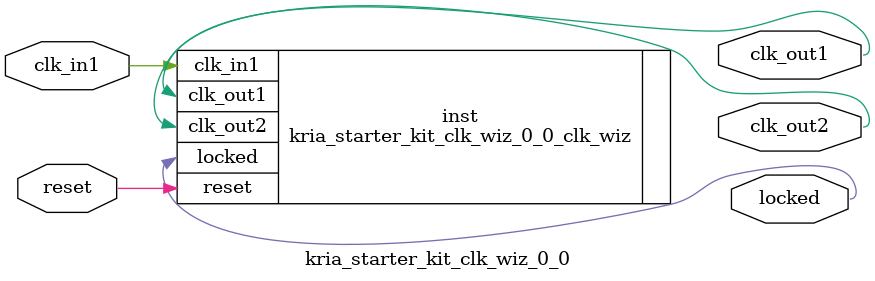
<source format=v>


`timescale 1ps/1ps

(* CORE_GENERATION_INFO = "kria_starter_kit_clk_wiz_0_0,clk_wiz_v6_0_14_0_0,{component_name=kria_starter_kit_clk_wiz_0_0,use_phase_alignment=false,use_min_o_jitter=false,use_max_i_jitter=false,use_dyn_phase_shift=false,use_inclk_switchover=false,use_dyn_reconfig=false,enable_axi=0,feedback_source=FDBK_AUTO,PRIMITIVE=MMCM,num_out_clk=2,clkin1_period=10.000,clkin2_period=10.000,use_power_down=false,use_reset=true,use_locked=true,use_inclk_stopped=false,feedback_type=SINGLE,CLOCK_MGR_TYPE=NA,manual_override=false}" *)

module kria_starter_kit_clk_wiz_0_0 
 (
  // Clock out ports
  output        clk_out1,
  output        clk_out2,
  // Status and control signals
  input         reset,
  output        locked,
 // Clock in ports
  input         clk_in1
 );

  kria_starter_kit_clk_wiz_0_0_clk_wiz inst
  (
  // Clock out ports  
  .clk_out1(clk_out1),
  .clk_out2(clk_out2),
  // Status and control signals               
  .reset(reset), 
  .locked(locked),
 // Clock in ports
  .clk_in1(clk_in1)
  );

endmodule

</source>
